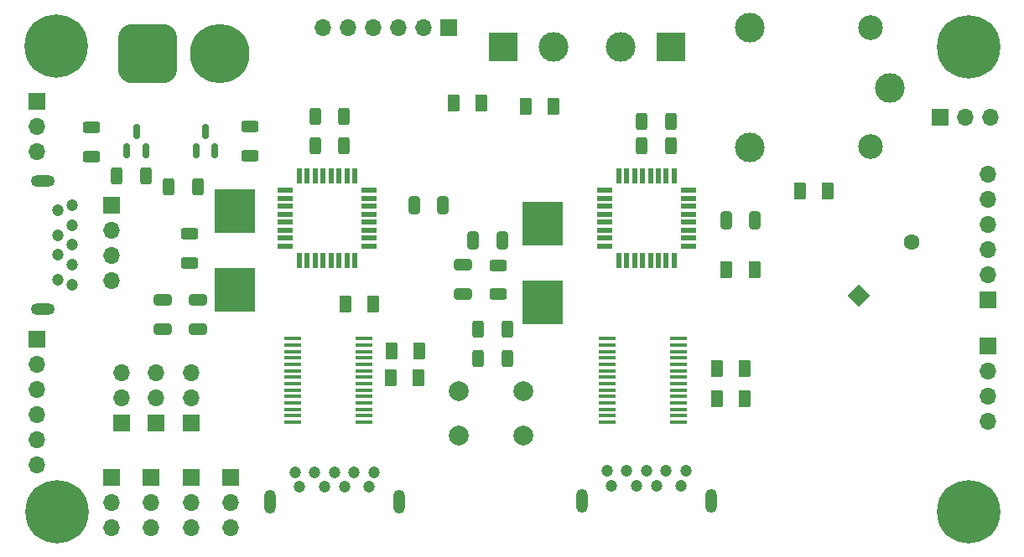
<source format=gbr>
%TF.GenerationSoftware,KiCad,Pcbnew,(6.0.2)*%
%TF.CreationDate,2022-05-29T08:20:39+05:30*%
%TF.ProjectId,AIO,41494f2e-6b69-4636-9164-5f7063625858,rev?*%
%TF.SameCoordinates,Original*%
%TF.FileFunction,Soldermask,Top*%
%TF.FilePolarity,Negative*%
%FSLAX46Y46*%
G04 Gerber Fmt 4.6, Leading zero omitted, Abs format (unit mm)*
G04 Created by KiCad (PCBNEW (6.0.2)) date 2022-05-29 08:20:39*
%MOMM*%
%LPD*%
G01*
G04 APERTURE LIST*
G04 Aperture macros list*
%AMRoundRect*
0 Rectangle with rounded corners*
0 $1 Rounding radius*
0 $2 $3 $4 $5 $6 $7 $8 $9 X,Y pos of 4 corners*
0 Add a 4 corners polygon primitive as box body*
4,1,4,$2,$3,$4,$5,$6,$7,$8,$9,$2,$3,0*
0 Add four circle primitives for the rounded corners*
1,1,$1+$1,$2,$3*
1,1,$1+$1,$4,$5*
1,1,$1+$1,$6,$7*
1,1,$1+$1,$8,$9*
0 Add four rect primitives between the rounded corners*
20,1,$1+$1,$2,$3,$4,$5,0*
20,1,$1+$1,$4,$5,$6,$7,0*
20,1,$1+$1,$6,$7,$8,$9,0*
20,1,$1+$1,$8,$9,$2,$3,0*%
%AMRotRect*
0 Rectangle, with rotation*
0 The origin of the aperture is its center*
0 $1 length*
0 $2 width*
0 $3 Rotation angle, in degrees counterclockwise*
0 Add horizontal line*
21,1,$1,$2,0,0,$3*%
G04 Aperture macros list end*
%ADD10R,1.600000X0.550000*%
%ADD11R,0.550000X1.600000*%
%ADD12RoundRect,0.250000X0.625000X-0.312500X0.625000X0.312500X-0.625000X0.312500X-0.625000X-0.312500X0*%
%ADD13RoundRect,0.150000X0.150000X-0.587500X0.150000X0.587500X-0.150000X0.587500X-0.150000X-0.587500X0*%
%ADD14RoundRect,0.250000X-0.650000X0.325000X-0.650000X-0.325000X0.650000X-0.325000X0.650000X0.325000X0*%
%ADD15R,1.700000X1.700000*%
%ADD16O,1.700000X1.700000*%
%ADD17RoundRect,0.250000X-0.375000X-0.625000X0.375000X-0.625000X0.375000X0.625000X-0.375000X0.625000X0*%
%ADD18R,3.000000X3.000000*%
%ADD19C,3.000000*%
%ADD20RoundRect,1.500000X-1.500000X-1.500000X1.500000X-1.500000X1.500000X1.500000X-1.500000X1.500000X0*%
%ADD21C,6.000000*%
%ADD22C,2.000000*%
%ADD23RoundRect,0.250000X-0.312500X-0.625000X0.312500X-0.625000X0.312500X0.625000X-0.312500X0.625000X0*%
%ADD24C,0.800000*%
%ADD25C,6.400000*%
%ADD26RoundRect,0.250000X-0.325000X-0.650000X0.325000X-0.650000X0.325000X0.650000X-0.325000X0.650000X0*%
%ADD27C,1.200000*%
%ADD28O,2.400000X1.200000*%
%ADD29R,4.100000X4.500000*%
%ADD30R,1.750000X0.450000*%
%ADD31RoundRect,0.250000X0.375000X0.625000X-0.375000X0.625000X-0.375000X-0.625000X0.375000X-0.625000X0*%
%ADD32RotRect,1.600000X1.600000X45.000000*%
%ADD33C,1.600000*%
%ADD34RoundRect,0.250000X0.650000X-0.325000X0.650000X0.325000X-0.650000X0.325000X-0.650000X-0.325000X0*%
%ADD35C,2.500000*%
%ADD36RoundRect,0.250000X0.325000X0.650000X-0.325000X0.650000X-0.325000X-0.650000X0.325000X-0.650000X0*%
%ADD37O,1.200000X2.400000*%
G04 APERTURE END LIST*
D10*
%TO.C,U5*%
X159250000Y-98500000D03*
X159250000Y-99300000D03*
X159250000Y-100100000D03*
X159250000Y-100900000D03*
X159250000Y-101700000D03*
X159250000Y-102500000D03*
X159250000Y-103300000D03*
X159250000Y-104100000D03*
D11*
X160700000Y-105550000D03*
X161500000Y-105550000D03*
X162300000Y-105550000D03*
X163100000Y-105550000D03*
X163900000Y-105550000D03*
X164700000Y-105550000D03*
X165500000Y-105550000D03*
X166300000Y-105550000D03*
D10*
X167750000Y-104100000D03*
X167750000Y-103300000D03*
X167750000Y-102500000D03*
X167750000Y-101700000D03*
X167750000Y-100900000D03*
X167750000Y-100100000D03*
X167750000Y-99300000D03*
X167750000Y-98500000D03*
D11*
X166300000Y-97050000D03*
X165500000Y-97050000D03*
X164700000Y-97050000D03*
X163900000Y-97050000D03*
X163100000Y-97050000D03*
X162300000Y-97050000D03*
X161500000Y-97050000D03*
X160700000Y-97050000D03*
%TD*%
D12*
%TO.C,R9*%
X117400000Y-105812500D03*
X117400000Y-102887500D03*
%TD*%
D13*
%TO.C,Q2*%
X118050000Y-94437500D03*
X119950000Y-94437500D03*
X119000000Y-92562500D03*
%TD*%
D14*
%TO.C,C12*%
X118225000Y-109575000D03*
X118225000Y-112525000D03*
%TD*%
%TO.C,C10*%
X114625000Y-109550000D03*
X114625000Y-112500000D03*
%TD*%
D15*
%TO.C,J10*%
X117500000Y-127475000D03*
D16*
X117500000Y-130015000D03*
X117500000Y-132555000D03*
%TD*%
D17*
%TO.C,D10*%
X137800000Y-114700000D03*
X140600000Y-114700000D03*
%TD*%
D18*
%TO.C,J3*%
X149000000Y-84000000D03*
D19*
X154080000Y-84000000D03*
%TD*%
D15*
%TO.C,J6*%
X113500000Y-127475000D03*
D16*
X113500000Y-130015000D03*
X113500000Y-132555000D03*
%TD*%
D15*
%TO.C,J9*%
X143500000Y-82000000D03*
D16*
X140960000Y-82000000D03*
X138420000Y-82000000D03*
X135880000Y-82000000D03*
X133340000Y-82000000D03*
X130800000Y-82000000D03*
%TD*%
D20*
%TO.C,J5*%
X113180000Y-84660000D03*
D21*
X120380000Y-84660000D03*
%TD*%
D22*
%TO.C,SW2*%
X151050000Y-118750000D03*
X144550000Y-118750000D03*
X151050000Y-123250000D03*
X144550000Y-123250000D03*
%TD*%
D23*
%TO.C,R21*%
X110037500Y-97000000D03*
X112962500Y-97000000D03*
%TD*%
D24*
%TO.C,H4*%
X194302944Y-132697056D03*
X194302944Y-129302944D03*
X196000000Y-128600000D03*
X198400000Y-131000000D03*
D25*
X196000000Y-131000000D03*
D24*
X197697056Y-129302944D03*
X197697056Y-132697056D03*
X193600000Y-131000000D03*
X196000000Y-133400000D03*
%TD*%
D15*
%TO.C,J18*%
X102000000Y-89500000D03*
D16*
X102000000Y-92040000D03*
X102000000Y-94580000D03*
%TD*%
D17*
%TO.C,D11*%
X170600000Y-119500000D03*
X173400000Y-119500000D03*
%TD*%
D24*
%TO.C,H3*%
X105697056Y-129302944D03*
X104000000Y-128600000D03*
X101600000Y-131000000D03*
X104000000Y-133400000D03*
X102302944Y-129302944D03*
X102302944Y-132697056D03*
X105697056Y-132697056D03*
D25*
X104000000Y-131000000D03*
D24*
X106400000Y-131000000D03*
%TD*%
D17*
%TO.C,D12*%
X137700000Y-117400000D03*
X140500000Y-117400000D03*
%TD*%
D26*
%TO.C,C8*%
X140025000Y-100000000D03*
X142975000Y-100000000D03*
%TD*%
D23*
%TO.C,R6*%
X146537500Y-112500000D03*
X149462500Y-112500000D03*
%TD*%
D10*
%TO.C,U4*%
X127000000Y-98500000D03*
X127000000Y-99300000D03*
X127000000Y-100100000D03*
X127000000Y-100900000D03*
X127000000Y-101700000D03*
X127000000Y-102500000D03*
X127000000Y-103300000D03*
X127000000Y-104100000D03*
D11*
X128450000Y-105550000D03*
X129250000Y-105550000D03*
X130050000Y-105550000D03*
X130850000Y-105550000D03*
X131650000Y-105550000D03*
X132450000Y-105550000D03*
X133250000Y-105550000D03*
X134050000Y-105550000D03*
D10*
X135500000Y-104100000D03*
X135500000Y-103300000D03*
X135500000Y-102500000D03*
X135500000Y-101700000D03*
X135500000Y-100900000D03*
X135500000Y-100100000D03*
X135500000Y-99300000D03*
X135500000Y-98500000D03*
D11*
X134050000Y-97050000D03*
X133250000Y-97050000D03*
X132450000Y-97050000D03*
X131650000Y-97050000D03*
X130850000Y-97050000D03*
X130050000Y-97050000D03*
X129250000Y-97050000D03*
X128450000Y-97050000D03*
%TD*%
D27*
%TO.C,J1*%
X104050000Y-100500000D03*
X104050000Y-103000000D03*
X104050000Y-105000000D03*
X104050000Y-107500000D03*
X105550000Y-108000000D03*
X105550000Y-106000000D03*
X105550000Y-104000000D03*
X105550000Y-102000000D03*
X105550000Y-100000000D03*
D28*
X102550000Y-110500000D03*
X102550000Y-97500000D03*
%TD*%
D15*
%TO.C,J15*%
X198000000Y-114200000D03*
D16*
X198000000Y-116740000D03*
X198000000Y-119280000D03*
X198000000Y-121820000D03*
%TD*%
D12*
%TO.C,R10*%
X148500000Y-108962500D03*
X148500000Y-106037500D03*
%TD*%
%TO.C,R20*%
X123500000Y-94962500D03*
X123500000Y-92037500D03*
%TD*%
D15*
%TO.C,J12*%
X198000000Y-109540000D03*
D16*
X198000000Y-107000000D03*
X198000000Y-104460000D03*
X198000000Y-101920000D03*
X198000000Y-99380000D03*
X198000000Y-96840000D03*
%TD*%
D17*
%TO.C,D9*%
X170600000Y-116500000D03*
X173400000Y-116500000D03*
%TD*%
D23*
%TO.C,R8*%
X146537500Y-115500000D03*
X149462500Y-115500000D03*
%TD*%
D13*
%TO.C,Q3*%
X111050000Y-94437500D03*
X112950000Y-94437500D03*
X112000000Y-92562500D03*
%TD*%
D24*
%TO.C,H1*%
X198400000Y-84000000D03*
X194302944Y-85697056D03*
X197697056Y-85697056D03*
X196000000Y-81600000D03*
D25*
X196000000Y-84000000D03*
D24*
X193600000Y-84000000D03*
X197697056Y-82302944D03*
X194302944Y-82302944D03*
X196000000Y-86400000D03*
%TD*%
D29*
%TO.C,Y1*%
X121925000Y-108550000D03*
X121925000Y-100550000D03*
%TD*%
D15*
%TO.C,J19*%
X109500000Y-100000000D03*
D16*
X109500000Y-102540000D03*
X109500000Y-105080000D03*
X109500000Y-107620000D03*
%TD*%
D30*
%TO.C,U3*%
X127800000Y-113475000D03*
X127800000Y-114125000D03*
X127800000Y-114775000D03*
X127800000Y-115425000D03*
X127800000Y-116075000D03*
X127800000Y-116725000D03*
X127800000Y-117375000D03*
X127800000Y-118025000D03*
X127800000Y-118675000D03*
X127800000Y-119325000D03*
X127800000Y-119975000D03*
X127800000Y-120625000D03*
X127800000Y-121275000D03*
X127800000Y-121925000D03*
X135000000Y-121925000D03*
X135000000Y-121275000D03*
X135000000Y-120625000D03*
X135000000Y-119975000D03*
X135000000Y-119325000D03*
X135000000Y-118675000D03*
X135000000Y-118025000D03*
X135000000Y-117375000D03*
X135000000Y-116725000D03*
X135000000Y-116075000D03*
X135000000Y-115425000D03*
X135000000Y-114775000D03*
X135000000Y-114125000D03*
X135000000Y-113475000D03*
%TD*%
D15*
%TO.C,J14*%
X117500000Y-122000000D03*
D16*
X117500000Y-119460000D03*
X117500000Y-116920000D03*
%TD*%
D23*
%TO.C,R15*%
X130037500Y-91000000D03*
X132962500Y-91000000D03*
%TD*%
D18*
%TO.C,J17*%
X166000000Y-84000000D03*
D19*
X160920000Y-84000000D03*
%TD*%
D23*
%TO.C,R11*%
X163037500Y-94000000D03*
X165962500Y-94000000D03*
%TD*%
D17*
%TO.C,D5*%
X151300000Y-89950000D03*
X154100000Y-89950000D03*
%TD*%
D31*
%TO.C,D4*%
X146825000Y-89675000D03*
X144025000Y-89675000D03*
%TD*%
D32*
%TO.C,BZ1*%
X184900000Y-109100000D03*
D33*
X190274012Y-103725988D03*
%TD*%
D15*
%TO.C,J20*%
X193175000Y-91100000D03*
D16*
X195715000Y-91100000D03*
X198255000Y-91100000D03*
%TD*%
D34*
%TO.C,C13*%
X145000000Y-108975000D03*
X145000000Y-106025000D03*
%TD*%
D12*
%TO.C,R13*%
X107500000Y-95062500D03*
X107500000Y-92137500D03*
%TD*%
D25*
%TO.C,H2*%
X103900000Y-83900000D03*
D24*
X105597056Y-85597056D03*
X105597056Y-82202944D03*
X102202944Y-82202944D03*
X102202944Y-85597056D03*
X101500000Y-83900000D03*
X103900000Y-81500000D03*
X106300000Y-83900000D03*
X103900000Y-86300000D03*
%TD*%
D15*
%TO.C,J13*%
X121500000Y-127475000D03*
D16*
X121500000Y-130015000D03*
X121500000Y-132555000D03*
%TD*%
D29*
%TO.C,Y2*%
X153025000Y-109825000D03*
X153025000Y-101825000D03*
%TD*%
D15*
%TO.C,J16*%
X109500000Y-127475000D03*
D16*
X109500000Y-130015000D03*
X109500000Y-132555000D03*
%TD*%
D35*
%TO.C,K1*%
X186150000Y-94050000D03*
X186150000Y-82050000D03*
D19*
X188100000Y-88100000D03*
X173900000Y-94100000D03*
X173950000Y-82050000D03*
%TD*%
D23*
%TO.C,R14*%
X130037500Y-94000000D03*
X132962500Y-94000000D03*
%TD*%
D15*
%TO.C,J11*%
X114000000Y-122000000D03*
D16*
X114000000Y-119460000D03*
X114000000Y-116920000D03*
%TD*%
D36*
%TO.C,C11*%
X148975000Y-103500000D03*
X146025000Y-103500000D03*
%TD*%
D23*
%TO.C,R19*%
X115262500Y-98150000D03*
X118187500Y-98150000D03*
%TD*%
D26*
%TO.C,C9*%
X171525000Y-101500000D03*
X174475000Y-101500000D03*
%TD*%
D30*
%TO.C,U2*%
X159500000Y-113475000D03*
X159500000Y-114125000D03*
X159500000Y-114775000D03*
X159500000Y-115425000D03*
X159500000Y-116075000D03*
X159500000Y-116725000D03*
X159500000Y-117375000D03*
X159500000Y-118025000D03*
X159500000Y-118675000D03*
X159500000Y-119325000D03*
X159500000Y-119975000D03*
X159500000Y-120625000D03*
X159500000Y-121275000D03*
X159500000Y-121925000D03*
X166700000Y-121925000D03*
X166700000Y-121275000D03*
X166700000Y-120625000D03*
X166700000Y-119975000D03*
X166700000Y-119325000D03*
X166700000Y-118675000D03*
X166700000Y-118025000D03*
X166700000Y-117375000D03*
X166700000Y-116725000D03*
X166700000Y-116075000D03*
X166700000Y-115425000D03*
X166700000Y-114775000D03*
X166700000Y-114125000D03*
X166700000Y-113475000D03*
%TD*%
D27*
%TO.C,J4*%
X128500000Y-128450000D03*
X131000000Y-128450000D03*
X133000000Y-128450000D03*
X135500000Y-128450000D03*
X136000000Y-126950000D03*
X134000000Y-126950000D03*
X132000000Y-126950000D03*
X130000000Y-126950000D03*
X128000000Y-126950000D03*
D37*
X125500000Y-129950000D03*
X138500000Y-129950000D03*
%TD*%
D27*
%TO.C,J2*%
X160000000Y-128350000D03*
X162500000Y-128350000D03*
X164500000Y-128350000D03*
X167000000Y-128350000D03*
X167500000Y-126850000D03*
X165500000Y-126850000D03*
X163500000Y-126850000D03*
X161500000Y-126850000D03*
X159500000Y-126850000D03*
D37*
X170000000Y-129850000D03*
X157000000Y-129850000D03*
%TD*%
D17*
%TO.C,D14*%
X171600000Y-106500000D03*
X174400000Y-106500000D03*
%TD*%
D15*
%TO.C,J8*%
X102000000Y-113500000D03*
D16*
X102000000Y-116040000D03*
X102000000Y-118580000D03*
X102000000Y-121120000D03*
X102000000Y-123660000D03*
X102000000Y-126200000D03*
%TD*%
D23*
%TO.C,R12*%
X163037500Y-91500000D03*
X165962500Y-91500000D03*
%TD*%
D15*
%TO.C,J7*%
X110500000Y-122000000D03*
D16*
X110500000Y-119460000D03*
X110500000Y-116920000D03*
%TD*%
D17*
%TO.C,D13*%
X133100000Y-110000000D03*
X135900000Y-110000000D03*
%TD*%
%TO.C,D7*%
X179000000Y-98550000D03*
X181800000Y-98550000D03*
%TD*%
M02*

</source>
